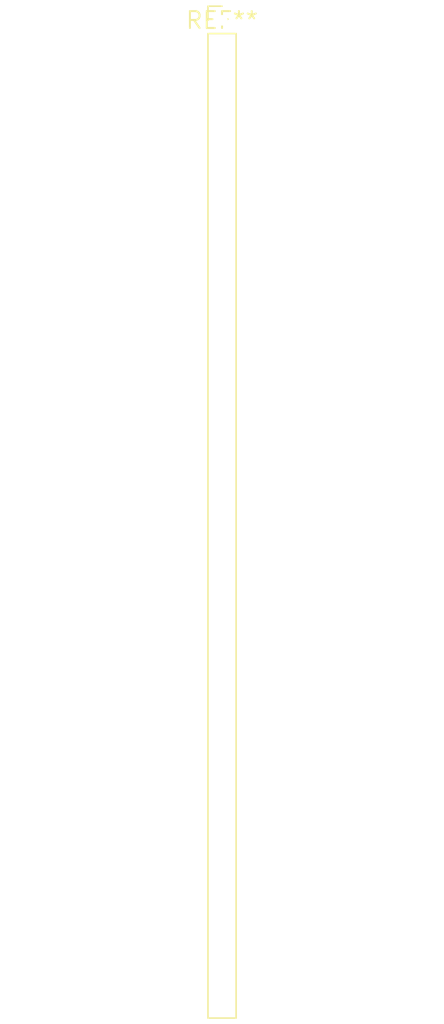
<source format=kicad_pcb>
(kicad_pcb (version 20240108) (generator pcbnew)
  (layers (0 "F.Cu" signal) (31 "B.Cu" signal) (34 "B.Paste" user) (35 "F.Paste" user) (36 "B.SilkS" user "B.Silkscreen") (37 "F.SilkS" user "F.Silkscreen") (38 "B.Mask" user) (39 "F.Mask" user) (44 "Edge.Cuts" user))
  (net 0 "")
  (footprint "PinHeader_1x38_P2.00mm_Vertical" (layer "F.Cu") (at 0 0)
    (property "Reference" "REF**")
    (property "Value" "PinHeader_1x38_P2.00mm_Vertical")
    (fp_line (start -1.06 -1.06) (end 0 -1.06) (layer "F.SilkS") (stroke (width 0.12)))
    (fp_line (start -1.06 0) (end -1.06 -1.06) (layer "F.SilkS") (stroke (width 0.12)))
    (fp_line (start -1.06 1) (end -1.06 75.06) (layer "F.SilkS") (stroke (width 0.12)))
    (fp_line (start -1.06 1) (end 1.06 1) (layer "F.SilkS") (stroke (width 0.12)))
    (fp_line (start -1.06 75.06) (end 1.06 75.06) (layer "F.SilkS") (stroke (width 0.12)))
    (fp_line (start 1.06 1) (end 1.06 75.06) (layer "F.SilkS") (stroke (width 0.12)))
    (pad "1" thru_hole rect (at 0 0) (size 1.35 1.35) (drill 0.8) (layers *.Cu *.Mask) (remove_unused_layers))
    (pad "2" thru_hole oval (at 0 2) (size 1.35 1.35) (drill 0.8) (layers *.Cu *.Mask) (remove_unused_layers))
    (pad "3" thru_hole oval (at 0 4) (size 1.35 1.35) (drill 0.8) (layers *.Cu *.Mask) (remove_unused_layers))
    (pad "4" thru_hole oval (at 0 6) (size 1.35 1.35) (drill 0.8) (layers *.Cu *.Mask) (remove_unused_layers))
    (pad "5" thru_hole oval (at 0 8) (size 1.35 1.35) (drill 0.8) (layers *.Cu *.Mask) (remove_unused_layers))
    (pad "6" thru_hole oval (at 0 10) (size 1.35 1.35) (drill 0.8) (layers *.Cu *.Mask) (remove_unused_layers))
    (pad "7" thru_hole oval (at 0 12) (size 1.35 1.35) (drill 0.8) (layers *.Cu *.Mask) (remove_unused_layers))
    (pad "8" thru_hole oval (at 0 14) (size 1.35 1.35) (drill 0.8) (layers *.Cu *.Mask) (remove_unused_layers))
    (pad "9" thru_hole oval (at 0 16) (size 1.35 1.35) (drill 0.8) (layers *.Cu *.Mask) (remove_unused_layers))
    (pad "10" thru_hole oval (at 0 18) (size 1.35 1.35) (drill 0.8) (layers *.Cu *.Mask) (remove_unused_layers))
    (pad "11" thru_hole oval (at 0 20) (size 1.35 1.35) (drill 0.8) (layers *.Cu *.Mask) (remove_unused_layers))
    (pad "12" thru_hole oval (at 0 22) (size 1.35 1.35) (drill 0.8) (layers *.Cu *.Mask) (remove_unused_layers))
    (pad "13" thru_hole oval (at 0 24) (size 1.35 1.35) (drill 0.8) (layers *.Cu *.Mask) (remove_unused_layers))
    (pad "14" thru_hole oval (at 0 26) (size 1.35 1.35) (drill 0.8) (layers *.Cu *.Mask) (remove_unused_layers))
    (pad "15" thru_hole oval (at 0 28) (size 1.35 1.35) (drill 0.8) (layers *.Cu *.Mask) (remove_unused_layers))
    (pad "16" thru_hole oval (at 0 30) (size 1.35 1.35) (drill 0.8) (layers *.Cu *.Mask) (remove_unused_layers))
    (pad "17" thru_hole oval (at 0 32) (size 1.35 1.35) (drill 0.8) (layers *.Cu *.Mask) (remove_unused_layers))
    (pad "18" thru_hole oval (at 0 34) (size 1.35 1.35) (drill 0.8) (layers *.Cu *.Mask) (remove_unused_layers))
    (pad "19" thru_hole oval (at 0 36) (size 1.35 1.35) (drill 0.8) (layers *.Cu *.Mask) (remove_unused_layers))
    (pad "20" thru_hole oval (at 0 38) (size 1.35 1.35) (drill 0.8) (layers *.Cu *.Mask) (remove_unused_layers))
    (pad "21" thru_hole oval (at 0 40) (size 1.35 1.35) (drill 0.8) (layers *.Cu *.Mask) (remove_unused_layers))
    (pad "22" thru_hole oval (at 0 42) (size 1.35 1.35) (drill 0.8) (layers *.Cu *.Mask) (remove_unused_layers))
    (pad "23" thru_hole oval (at 0 44) (size 1.35 1.35) (drill 0.8) (layers *.Cu *.Mask) (remove_unused_layers))
    (pad "24" thru_hole oval (at 0 46) (size 1.35 1.35) (drill 0.8) (layers *.Cu *.Mask) (remove_unused_layers))
    (pad "25" thru_hole oval (at 0 48) (size 1.35 1.35) (drill 0.8) (layers *.Cu *.Mask) (remove_unused_layers))
    (pad "26" thru_hole oval (at 0 50) (size 1.35 1.35) (drill 0.8) (layers *.Cu *.Mask) (remove_unused_layers))
    (pad "27" thru_hole oval (at 0 52) (size 1.35 1.35) (drill 0.8) (layers *.Cu *.Mask) (remove_unused_layers))
    (pad "28" thru_hole oval (at 0 54) (size 1.35 1.35) (drill 0.8) (layers *.Cu *.Mask) (remove_unused_layers))
    (pad "29" thru_hole oval (at 0 56) (size 1.35 1.35) (drill 0.8) (layers *.Cu *.Mask) (remove_unused_layers))
    (pad "30" thru_hole oval (at 0 58) (size 1.35 1.35) (drill 0.8) (layers *.Cu *.Mask) (remove_unused_layers))
    (pad "31" thru_hole oval (at 0 60) (size 1.35 1.35) (drill 0.8) (layers *.Cu *.Mask) (remove_unused_layers))
    (pad "32" thru_hole oval (at 0 62) (size 1.35 1.35) (drill 0.8) (layers *.Cu *.Mask) (remove_unused_layers))
    (pad "33" thru_hole oval (at 0 64) (size 1.35 1.35) (drill 0.8) (layers *.Cu *.Mask) (remove_unused_layers))
    (pad "34" thru_hole oval (at 0 66) (size 1.35 1.35) (drill 0.8) (layers *.Cu *.Mask) (remove_unused_layers))
    (pad "35" thru_hole oval (at 0 68) (size 1.35 1.35) (drill 0.8) (layers *.Cu *.Mask) (remove_unused_layers))
    (pad "36" thru_hole oval (at 0 70) (size 1.35 1.35) (drill 0.8) (layers *.Cu *.Mask) (remove_unused_layers))
    (pad "37" thru_hole oval (at 0 72) (size 1.35 1.35) (drill 0.8) (layers *.Cu *.Mask) (remove_unused_layers))
    (pad "38" thru_hole oval (at 0 74) (size 1.35 1.35) (drill 0.8) (layers *.Cu *.Mask) (remove_unused_layers))
  )
)
</source>
